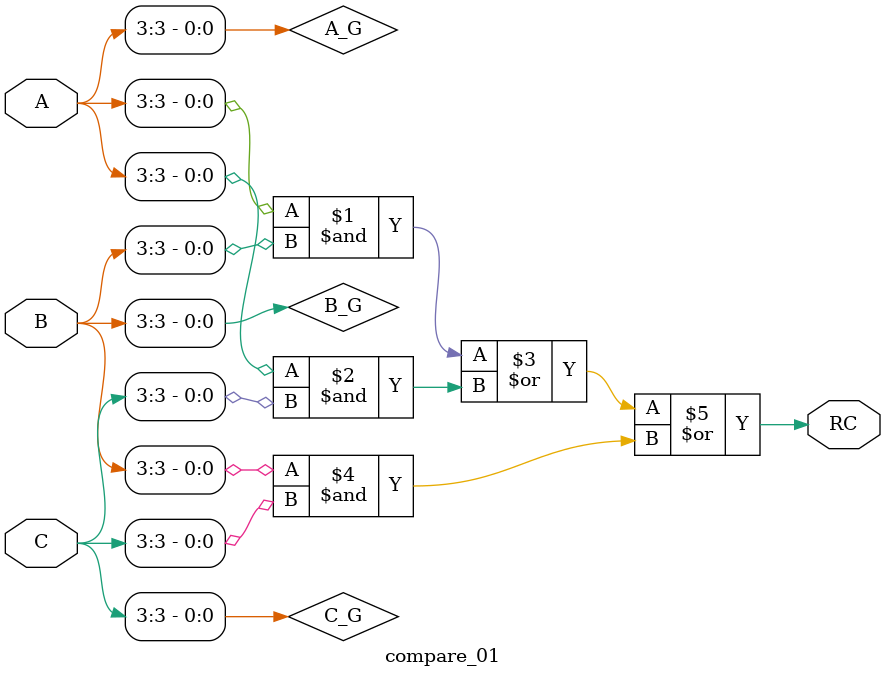
<source format=v>
`timescale 1ns/1ps

/*
 * 模块: compare_01
 * 描述: 比较 A, B, C 三个4位输入.
 * 如果 <=7 的输入数量 > >=8 的输入数量, RC=0.
 * 否则 RC=1.
 */
module compare_01 (
    input  [3:0] A, // 输入 A (0-15)
    input  [3:0] B, // 输入 B (0-15)
    input  [3:0] C, // 输入 C (0-15)
    output       RC // 输出
);

    // --- 1. 比较器逻辑 ---
    // 我们只需要知道每个输入是 >= 8 还是 <= 7.
    // 对于一个4位无符号数 X, X >= 8 当且仅当 X[3] (MSB) 为 1.
    wire A_G, B_G, C_G;

    // A_G 为 1, 如果 A >= 8 (在 "No Less" 组)
    // A_G 为 0, 如果 A <= 7 (在 "Less" 组)
    assign A_G = A[3];
    assign B_G = B[3];
    assign C_G = C[3];

    // --- 2. 最终输出逻辑 (多数表决电路) ---
    // RC = 1 如果 "No Less" 组 (N_G) 的数量 >= "Less" 组 (N_L) 的数量.
    // 这等价于 N_G >= 2 (即 A_G, B_G, C_G 中至少有两个为 1).
    //
    // 布尔方程: RC = (A_G AND B_G) OR (A_G AND C_G) OR (B_G AND C_G)
    // DC 将把这个 `assign` 语句综合为 3 个 AND 门和 1 个 OR 门.
    assign RC = (A_G & B_G) | (A_G & C_G) | (B_G & C_G);

endmodule
</source>
